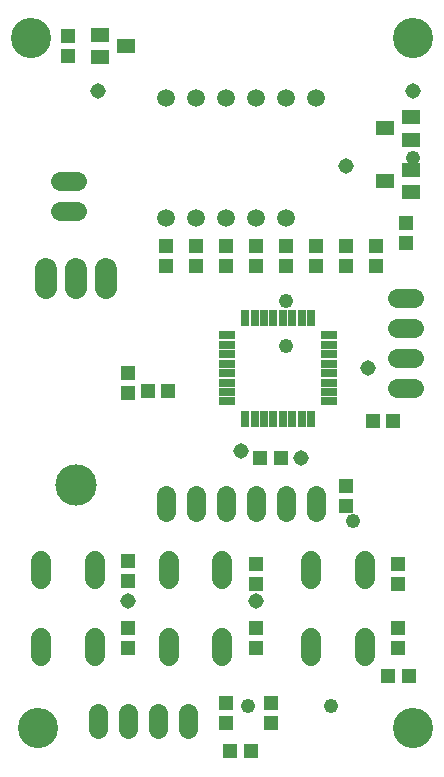
<source format=gts>
G75*
%MOIN*%
%OFA0B0*%
%FSLAX25Y25*%
%IPPOS*%
%LPD*%
%AMOC8*
5,1,8,0,0,1.08239X$1,22.5*
%
%ADD10C,0.13398*%
%ADD11C,0.06400*%
%ADD12R,0.06312X0.04737*%
%ADD13R,0.05131X0.04737*%
%ADD14R,0.04737X0.05131*%
%ADD15C,0.06800*%
%ADD16R,0.04934X0.05052*%
%ADD17R,0.05052X0.04934*%
%ADD18C,0.05950*%
%ADD19C,0.07400*%
%ADD20C,0.13800*%
%ADD21R,0.03000X0.05800*%
%ADD22R,0.05800X0.03000*%
%ADD23C,0.05156*%
%ADD24C,0.04762*%
D10*
X0014300Y0014300D03*
X0139300Y0014300D03*
X0139300Y0244300D03*
X0011800Y0244300D03*
D11*
X0021500Y0196800D02*
X0027100Y0196800D01*
X0027100Y0186800D02*
X0021500Y0186800D01*
X0056800Y0092100D02*
X0056800Y0086500D01*
X0066800Y0086500D02*
X0066800Y0092100D01*
X0076800Y0092100D02*
X0076800Y0086500D01*
X0086800Y0086500D02*
X0086800Y0092100D01*
X0096800Y0092100D02*
X0096800Y0086500D01*
X0106800Y0086500D02*
X0106800Y0092100D01*
X0134000Y0127800D02*
X0139600Y0127800D01*
X0139600Y0137800D02*
X0134000Y0137800D01*
X0134000Y0147800D02*
X0139600Y0147800D01*
X0139600Y0157800D02*
X0134000Y0157800D01*
X0064300Y0019600D02*
X0064300Y0014000D01*
X0054300Y0014000D02*
X0054300Y0019600D01*
X0044300Y0019600D02*
X0044300Y0014000D01*
X0034300Y0014000D02*
X0034300Y0019600D01*
D12*
X0138631Y0193060D03*
X0138631Y0200540D03*
X0138631Y0210560D03*
X0138631Y0218040D03*
X0129969Y0214300D03*
X0129969Y0196800D03*
X0043631Y0241800D03*
X0034969Y0238060D03*
X0034969Y0245540D03*
D13*
X0024300Y0245146D03*
X0024300Y0238454D03*
X0056800Y0175146D03*
X0056800Y0168454D03*
X0066800Y0168454D03*
X0066800Y0175146D03*
X0076800Y0175146D03*
X0076800Y0168454D03*
X0086800Y0168454D03*
X0086800Y0175146D03*
X0096800Y0175146D03*
X0096800Y0168454D03*
X0106800Y0168454D03*
X0106800Y0175146D03*
X0116800Y0175146D03*
X0116800Y0168454D03*
X0126800Y0168454D03*
X0126800Y0175146D03*
X0136800Y0175954D03*
X0136800Y0182646D03*
X0134300Y0069146D03*
X0134300Y0062454D03*
X0134300Y0047646D03*
X0134300Y0040954D03*
X0091800Y0022646D03*
X0091800Y0015954D03*
X0076800Y0015954D03*
X0076800Y0022646D03*
X0086800Y0040954D03*
X0086800Y0047646D03*
X0086800Y0062454D03*
X0086800Y0069146D03*
X0044300Y0070146D03*
X0044300Y0063454D03*
X0044300Y0047646D03*
X0044300Y0040954D03*
X0044300Y0125954D03*
X0044300Y0132646D03*
D14*
X0050954Y0126800D03*
X0057646Y0126800D03*
X0125954Y0116800D03*
X0132646Y0116800D03*
D15*
X0123200Y0070100D02*
X0123200Y0064100D01*
X0123200Y0044500D02*
X0123200Y0038500D01*
X0105400Y0038500D02*
X0105400Y0044500D01*
X0105400Y0064100D02*
X0105400Y0070100D01*
X0075700Y0070100D02*
X0075700Y0064100D01*
X0075700Y0044500D02*
X0075700Y0038500D01*
X0057900Y0038500D02*
X0057900Y0044500D01*
X0057900Y0064100D02*
X0057900Y0070100D01*
X0033200Y0070100D02*
X0033200Y0064100D01*
X0033200Y0044500D02*
X0033200Y0038500D01*
X0015400Y0038500D02*
X0015400Y0044500D01*
X0015400Y0064100D02*
X0015400Y0070100D01*
D16*
X0078355Y0006800D03*
X0085245Y0006800D03*
X0130855Y0031800D03*
X0137745Y0031800D03*
X0095245Y0104300D03*
X0088355Y0104300D03*
D17*
X0116800Y0095245D03*
X0116800Y0088355D03*
D18*
X0096800Y0184300D03*
X0086800Y0184300D03*
X0076800Y0184300D03*
X0066800Y0184300D03*
X0056800Y0184300D03*
X0056800Y0224300D03*
X0066800Y0224300D03*
X0076800Y0224300D03*
X0086800Y0224300D03*
X0096800Y0224300D03*
X0106800Y0224300D03*
D19*
X0036800Y0167600D02*
X0036800Y0161000D01*
X0026800Y0161000D02*
X0026800Y0167600D01*
X0016800Y0167600D02*
X0016800Y0161000D01*
D20*
X0026800Y0095300D03*
D21*
X0083276Y0117400D03*
X0086426Y0117400D03*
X0089576Y0117400D03*
X0092725Y0117400D03*
X0095875Y0117400D03*
X0099024Y0117400D03*
X0102174Y0117400D03*
X0105324Y0117400D03*
X0105324Y0151200D03*
X0102174Y0151200D03*
X0099024Y0151200D03*
X0095875Y0151200D03*
X0092725Y0151200D03*
X0089576Y0151200D03*
X0086426Y0151200D03*
X0083276Y0151200D03*
D22*
X0077400Y0145324D03*
X0077400Y0142174D03*
X0077400Y0139024D03*
X0077400Y0135875D03*
X0077400Y0132725D03*
X0077400Y0129576D03*
X0077400Y0126426D03*
X0077400Y0123276D03*
X0111200Y0123276D03*
X0111200Y0126426D03*
X0111200Y0129576D03*
X0111200Y0132725D03*
X0111200Y0135875D03*
X0111200Y0139024D03*
X0111200Y0142174D03*
X0111200Y0145324D03*
D23*
X0124300Y0134300D03*
X0101800Y0104300D03*
X0081800Y0106800D03*
X0086800Y0056800D03*
X0044300Y0056800D03*
X0116800Y0201800D03*
X0139300Y0226800D03*
X0034300Y0226800D03*
D24*
X0096800Y0156800D03*
X0096800Y0141800D03*
X0119300Y0083355D03*
X0111800Y0021800D03*
X0084300Y0021800D03*
X0139300Y0204300D03*
M02*

</source>
